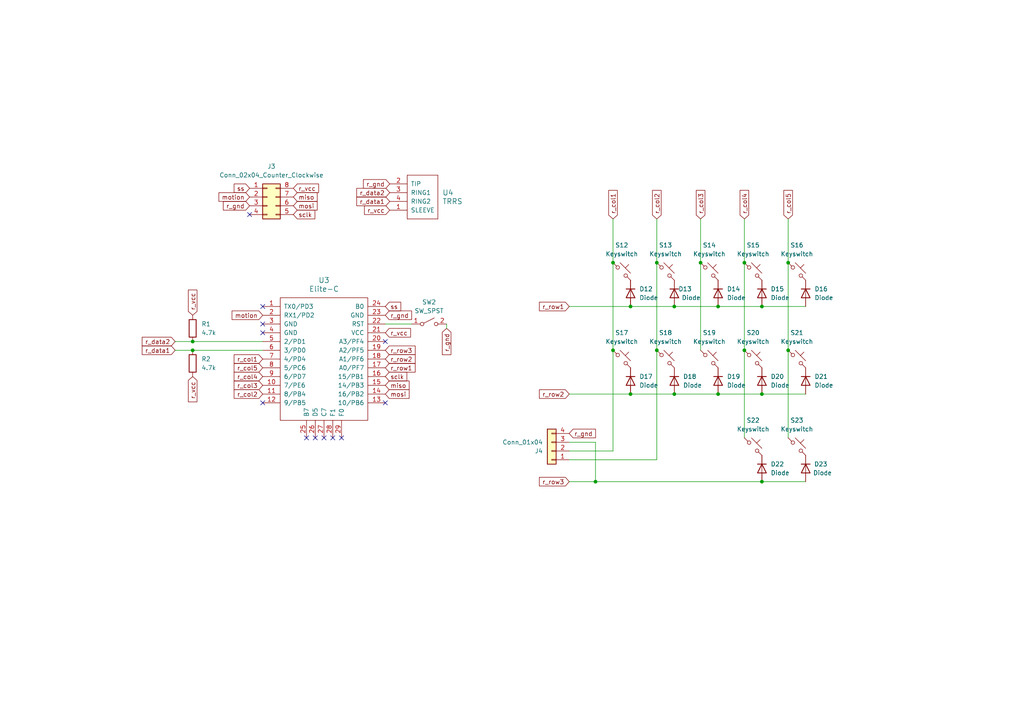
<source format=kicad_sch>
(kicad_sch (version 20230121) (generator eeschema)

  (uuid 2b355377-2254-4de6-878a-d9b9eefa41a9)

  (paper "A4")

  (lib_symbols
    (symbol "Connector_Generic:Conn_01x04" (pin_names (offset 1.016) hide) (in_bom yes) (on_board yes)
      (property "Reference" "J" (at 0 5.08 0)
        (effects (font (size 1.27 1.27)))
      )
      (property "Value" "Conn_01x04" (at 0 -7.62 0)
        (effects (font (size 1.27 1.27)))
      )
      (property "Footprint" "" (at 0 0 0)
        (effects (font (size 1.27 1.27)) hide)
      )
      (property "Datasheet" "~" (at 0 0 0)
        (effects (font (size 1.27 1.27)) hide)
      )
      (property "ki_keywords" "connector" (at 0 0 0)
        (effects (font (size 1.27 1.27)) hide)
      )
      (property "ki_description" "Generic connector, single row, 01x04, script generated (kicad-library-utils/schlib/autogen/connector/)" (at 0 0 0)
        (effects (font (size 1.27 1.27)) hide)
      )
      (property "ki_fp_filters" "Connector*:*_1x??_*" (at 0 0 0)
        (effects (font (size 1.27 1.27)) hide)
      )
      (symbol "Conn_01x04_1_1"
        (rectangle (start -1.27 -4.953) (end 0 -5.207)
          (stroke (width 0.1524) (type default))
          (fill (type none))
        )
        (rectangle (start -1.27 -2.413) (end 0 -2.667)
          (stroke (width 0.1524) (type default))
          (fill (type none))
        )
        (rectangle (start -1.27 0.127) (end 0 -0.127)
          (stroke (width 0.1524) (type default))
          (fill (type none))
        )
        (rectangle (start -1.27 2.667) (end 0 2.413)
          (stroke (width 0.1524) (type default))
          (fill (type none))
        )
        (rectangle (start -1.27 3.81) (end 1.27 -6.35)
          (stroke (width 0.254) (type default))
          (fill (type background))
        )
        (pin passive line (at -5.08 2.54 0) (length 3.81)
          (name "Pin_1" (effects (font (size 1.27 1.27))))
          (number "1" (effects (font (size 1.27 1.27))))
        )
        (pin passive line (at -5.08 0 0) (length 3.81)
          (name "Pin_2" (effects (font (size 1.27 1.27))))
          (number "2" (effects (font (size 1.27 1.27))))
        )
        (pin passive line (at -5.08 -2.54 0) (length 3.81)
          (name "Pin_3" (effects (font (size 1.27 1.27))))
          (number "3" (effects (font (size 1.27 1.27))))
        )
        (pin passive line (at -5.08 -5.08 0) (length 3.81)
          (name "Pin_4" (effects (font (size 1.27 1.27))))
          (number "4" (effects (font (size 1.27 1.27))))
        )
      )
    )
    (symbol "Connector_Generic:Conn_02x04_Counter_Clockwise" (pin_names (offset 1.016) hide) (in_bom yes) (on_board yes)
      (property "Reference" "J" (at 1.27 5.08 0)
        (effects (font (size 1.27 1.27)))
      )
      (property "Value" "Conn_02x04_Counter_Clockwise" (at 1.27 -7.62 0)
        (effects (font (size 1.27 1.27)))
      )
      (property "Footprint" "" (at 0 0 0)
        (effects (font (size 1.27 1.27)) hide)
      )
      (property "Datasheet" "~" (at 0 0 0)
        (effects (font (size 1.27 1.27)) hide)
      )
      (property "ki_keywords" "connector" (at 0 0 0)
        (effects (font (size 1.27 1.27)) hide)
      )
      (property "ki_description" "Generic connector, double row, 02x04, counter clockwise pin numbering scheme (similar to DIP package numbering), script generated (kicad-library-utils/schlib/autogen/connector/)" (at 0 0 0)
        (effects (font (size 1.27 1.27)) hide)
      )
      (property "ki_fp_filters" "Connector*:*_2x??_*" (at 0 0 0)
        (effects (font (size 1.27 1.27)) hide)
      )
      (symbol "Conn_02x04_Counter_Clockwise_1_1"
        (rectangle (start -1.27 -4.953) (end 0 -5.207)
          (stroke (width 0.1524) (type default))
          (fill (type none))
        )
        (rectangle (start -1.27 -2.413) (end 0 -2.667)
          (stroke (width 0.1524) (type default))
          (fill (type none))
        )
        (rectangle (start -1.27 0.127) (end 0 -0.127)
          (stroke (width 0.1524) (type default))
          (fill (type none))
        )
        (rectangle (start -1.27 2.667) (end 0 2.413)
          (stroke (width 0.1524) (type default))
          (fill (type none))
        )
        (rectangle (start -1.27 3.81) (end 3.81 -6.35)
          (stroke (width 0.254) (type default))
          (fill (type background))
        )
        (rectangle (start 3.81 -4.953) (end 2.54 -5.207)
          (stroke (width 0.1524) (type default))
          (fill (type none))
        )
        (rectangle (start 3.81 -2.413) (end 2.54 -2.667)
          (stroke (width 0.1524) (type default))
          (fill (type none))
        )
        (rectangle (start 3.81 0.127) (end 2.54 -0.127)
          (stroke (width 0.1524) (type default))
          (fill (type none))
        )
        (rectangle (start 3.81 2.667) (end 2.54 2.413)
          (stroke (width 0.1524) (type default))
          (fill (type none))
        )
        (pin passive line (at -5.08 2.54 0) (length 3.81)
          (name "Pin_1" (effects (font (size 1.27 1.27))))
          (number "1" (effects (font (size 1.27 1.27))))
        )
        (pin passive line (at -5.08 0 0) (length 3.81)
          (name "Pin_2" (effects (font (size 1.27 1.27))))
          (number "2" (effects (font (size 1.27 1.27))))
        )
        (pin passive line (at -5.08 -2.54 0) (length 3.81)
          (name "Pin_3" (effects (font (size 1.27 1.27))))
          (number "3" (effects (font (size 1.27 1.27))))
        )
        (pin passive line (at -5.08 -5.08 0) (length 3.81)
          (name "Pin_4" (effects (font (size 1.27 1.27))))
          (number "4" (effects (font (size 1.27 1.27))))
        )
        (pin passive line (at 7.62 -5.08 180) (length 3.81)
          (name "Pin_5" (effects (font (size 1.27 1.27))))
          (number "5" (effects (font (size 1.27 1.27))))
        )
        (pin passive line (at 7.62 -2.54 180) (length 3.81)
          (name "Pin_6" (effects (font (size 1.27 1.27))))
          (number "6" (effects (font (size 1.27 1.27))))
        )
        (pin passive line (at 7.62 0 180) (length 3.81)
          (name "Pin_7" (effects (font (size 1.27 1.27))))
          (number "7" (effects (font (size 1.27 1.27))))
        )
        (pin passive line (at 7.62 2.54 180) (length 3.81)
          (name "Pin_8" (effects (font (size 1.27 1.27))))
          (number "8" (effects (font (size 1.27 1.27))))
        )
      )
    )
    (symbol "ScottoKeebs:Placeholder_Diode" (pin_numbers hide) (pin_names hide) (in_bom yes) (on_board yes)
      (property "Reference" "D" (at 0 2.54 0)
        (effects (font (size 1.27 1.27)))
      )
      (property "Value" "Diode" (at 0 -2.54 0)
        (effects (font (size 1.27 1.27)))
      )
      (property "Footprint" "" (at 0 0 0)
        (effects (font (size 1.27 1.27)) hide)
      )
      (property "Datasheet" "" (at 0 0 0)
        (effects (font (size 1.27 1.27)) hide)
      )
      (property "Sim.Device" "D" (at 0 0 0)
        (effects (font (size 1.27 1.27)) hide)
      )
      (property "Sim.Pins" "1=K 2=A" (at 0 0 0)
        (effects (font (size 1.27 1.27)) hide)
      )
      (property "ki_keywords" "diode" (at 0 0 0)
        (effects (font (size 1.27 1.27)) hide)
      )
      (property "ki_description" "1N4148 (DO-35) or 1N4148W (SOD-123)" (at 0 0 0)
        (effects (font (size 1.27 1.27)) hide)
      )
      (property "ki_fp_filters" "D*DO?35*" (at 0 0 0)
        (effects (font (size 1.27 1.27)) hide)
      )
      (symbol "Placeholder_Diode_0_1"
        (polyline
          (pts
            (xy -1.27 1.27)
            (xy -1.27 -1.27)
          )
          (stroke (width 0.254) (type default))
          (fill (type none))
        )
        (polyline
          (pts
            (xy 1.27 0)
            (xy -1.27 0)
          )
          (stroke (width 0) (type default))
          (fill (type none))
        )
        (polyline
          (pts
            (xy 1.27 1.27)
            (xy 1.27 -1.27)
            (xy -1.27 0)
            (xy 1.27 1.27)
          )
          (stroke (width 0.254) (type default))
          (fill (type none))
        )
      )
      (symbol "Placeholder_Diode_1_1"
        (pin passive line (at -3.81 0 0) (length 2.54)
          (name "K" (effects (font (size 1.27 1.27))))
          (number "1" (effects (font (size 1.27 1.27))))
        )
        (pin passive line (at 3.81 0 180) (length 2.54)
          (name "A" (effects (font (size 1.27 1.27))))
          (number "2" (effects (font (size 1.27 1.27))))
        )
      )
    )
    (symbol "ScottoKeebs:Placeholder_Keyswitch" (pin_numbers hide) (pin_names (offset 1.016) hide) (in_bom yes) (on_board yes)
      (property "Reference" "S" (at 3.048 1.016 0)
        (effects (font (size 1.27 1.27)) (justify left))
      )
      (property "Value" "Keyswitch" (at 0 -3.81 0)
        (effects (font (size 1.27 1.27)))
      )
      (property "Footprint" "" (at 0 0 0)
        (effects (font (size 1.27 1.27)) hide)
      )
      (property "Datasheet" "~" (at 0 0 0)
        (effects (font (size 1.27 1.27)) hide)
      )
      (property "ki_keywords" "switch normally-open pushbutton push-button" (at 0 0 0)
        (effects (font (size 1.27 1.27)) hide)
      )
      (property "ki_description" "Push button switch, normally open, two pins, 45° tilted" (at 0 0 0)
        (effects (font (size 1.27 1.27)) hide)
      )
      (symbol "Placeholder_Keyswitch_0_1"
        (circle (center -1.1684 1.1684) (radius 0.508)
          (stroke (width 0) (type default))
          (fill (type none))
        )
        (polyline
          (pts
            (xy -0.508 2.54)
            (xy 2.54 -0.508)
          )
          (stroke (width 0) (type default))
          (fill (type none))
        )
        (polyline
          (pts
            (xy 1.016 1.016)
            (xy 2.032 2.032)
          )
          (stroke (width 0) (type default))
          (fill (type none))
        )
        (polyline
          (pts
            (xy -2.54 2.54)
            (xy -1.524 1.524)
            (xy -1.524 1.524)
          )
          (stroke (width 0) (type default))
          (fill (type none))
        )
        (polyline
          (pts
            (xy 1.524 -1.524)
            (xy 2.54 -2.54)
            (xy 2.54 -2.54)
            (xy 2.54 -2.54)
          )
          (stroke (width 0) (type default))
          (fill (type none))
        )
        (circle (center 1.143 -1.1938) (radius 0.508)
          (stroke (width 0) (type default))
          (fill (type none))
        )
        (pin passive line (at -2.54 2.54 0) (length 0)
          (name "1" (effects (font (size 1.27 1.27))))
          (number "1" (effects (font (size 1.27 1.27))))
        )
        (pin passive line (at 2.54 -2.54 180) (length 0)
          (name "2" (effects (font (size 1.27 1.27))))
          (number "2" (effects (font (size 1.27 1.27))))
        )
      )
    )
    (symbol "ScottoKeebs:Placeholder_Resistor" (pin_numbers hide) (pin_names (offset 0)) (in_bom yes) (on_board yes)
      (property "Reference" "R" (at 0 2.032 0)
        (effects (font (size 1.27 1.27)))
      )
      (property "Value" "Resistor" (at 0 -2.54 0)
        (effects (font (size 1.27 1.27)))
      )
      (property "Footprint" "" (at 0 -1.778 0)
        (effects (font (size 1.27 1.27)) hide)
      )
      (property "Datasheet" "~" (at 0 0 90)
        (effects (font (size 1.27 1.27)) hide)
      )
      (property "ki_keywords" "R res resistor" (at 0 0 0)
        (effects (font (size 1.27 1.27)) hide)
      )
      (property "ki_description" "Resistor" (at 0 0 0)
        (effects (font (size 1.27 1.27)) hide)
      )
      (property "ki_fp_filters" "R_*" (at 0 0 0)
        (effects (font (size 1.27 1.27)) hide)
      )
      (symbol "Placeholder_Resistor_0_1"
        (rectangle (start 2.54 -1.016) (end -2.54 1.016)
          (stroke (width 0.254) (type default))
          (fill (type none))
        )
      )
      (symbol "Placeholder_Resistor_1_1"
        (pin passive line (at -3.81 0 0) (length 1.27)
          (name "~" (effects (font (size 1.27 1.27))))
          (number "1" (effects (font (size 1.27 1.27))))
        )
        (pin passive line (at 3.81 0 180) (length 1.27)
          (name "~" (effects (font (size 1.27 1.27))))
          (number "2" (effects (font (size 1.27 1.27))))
        )
      )
    )
    (symbol "ScottoKeebs:Placeholder_TRRS" (pin_names (offset 1.016)) (in_bom yes) (on_board yes)
      (property "Reference" "U" (at 0 15.24 0)
        (effects (font (size 1.524 1.524)))
      )
      (property "Value" "TRRS" (at 0 -2.54 0)
        (effects (font (size 1.524 1.524)))
      )
      (property "Footprint" "ScottoKeebs_Components:TRRS_PJ-320A" (at 3.81 0 0)
        (effects (font (size 1.524 1.524)) hide)
      )
      (property "Datasheet" "" (at 3.81 0 0)
        (effects (font (size 1.524 1.524)) hide)
      )
      (symbol "Placeholder_TRRS_0_1"
        (rectangle (start -3.81 0) (end -3.81 12.7)
          (stroke (width 0) (type solid))
          (fill (type none))
        )
        (rectangle (start -3.81 0) (end 5.08 0)
          (stroke (width 0) (type solid))
          (fill (type none))
        )
        (rectangle (start -3.81 12.7) (end 5.08 12.7)
          (stroke (width 0) (type solid))
          (fill (type none))
        )
        (rectangle (start 5.08 12.7) (end 5.08 0)
          (stroke (width 0) (type solid))
          (fill (type none))
        )
      )
      (symbol "Placeholder_TRRS_1_1"
        (pin input line (at -8.89 2.54 0) (length 5.08)
          (name "SLEEVE" (effects (font (size 1.27 1.27))))
          (number "1" (effects (font (size 1.27 1.27))))
        )
        (pin input line (at -8.89 10.16 0) (length 5.08)
          (name "TIP" (effects (font (size 1.27 1.27))))
          (number "2" (effects (font (size 1.27 1.27))))
        )
        (pin input line (at -8.89 7.62 0) (length 5.08)
          (name "RING1" (effects (font (size 1.27 1.27))))
          (number "3" (effects (font (size 1.27 1.27))))
        )
        (pin input line (at -8.89 5.08 0) (length 5.08)
          (name "RING2" (effects (font (size 1.27 1.27))))
          (number "4" (effects (font (size 1.27 1.27))))
        )
      )
    )
    (symbol "Switch:SW_SPST" (pin_names (offset 0) hide) (in_bom yes) (on_board yes)
      (property "Reference" "SW" (at 0 3.175 0)
        (effects (font (size 1.27 1.27)))
      )
      (property "Value" "SW_SPST" (at 0 -2.54 0)
        (effects (font (size 1.27 1.27)))
      )
      (property "Footprint" "" (at 0 0 0)
        (effects (font (size 1.27 1.27)) hide)
      )
      (property "Datasheet" "~" (at 0 0 0)
        (effects (font (size 1.27 1.27)) hide)
      )
      (property "ki_keywords" "switch lever" (at 0 0 0)
        (effects (font (size 1.27 1.27)) hide)
      )
      (property "ki_description" "Single Pole Single Throw (SPST) switch" (at 0 0 0)
        (effects (font (size 1.27 1.27)) hide)
      )
      (symbol "SW_SPST_0_0"
        (circle (center -2.032 0) (radius 0.508)
          (stroke (width 0) (type default))
          (fill (type none))
        )
        (polyline
          (pts
            (xy -1.524 0.254)
            (xy 1.524 1.778)
          )
          (stroke (width 0) (type default))
          (fill (type none))
        )
        (circle (center 2.032 0) (radius 0.508)
          (stroke (width 0) (type default))
          (fill (type none))
        )
      )
      (symbol "SW_SPST_1_1"
        (pin passive line (at -5.08 0 0) (length 2.54)
          (name "A" (effects (font (size 1.27 1.27))))
          (number "1" (effects (font (size 1.27 1.27))))
        )
        (pin passive line (at 5.08 0 180) (length 2.54)
          (name "B" (effects (font (size 1.27 1.27))))
          (number "2" (effects (font (size 1.27 1.27))))
        )
      )
    )
    (symbol "keebio:Elite-C" (pin_names (offset 1.016)) (in_bom yes) (on_board yes)
      (property "Reference" "U" (at 0 0 0)
        (effects (font (size 1.524 1.524)))
      )
      (property "Value" "Elite-C" (at 0 2.54 0)
        (effects (font (size 1.524 1.524)))
      )
      (property "Footprint" "" (at 26.67 -63.5 90)
        (effects (font (size 1.524 1.524)) hide)
      )
      (property "Datasheet" "" (at 26.67 -63.5 90)
        (effects (font (size 1.524 1.524)) hide)
      )
      (symbol "Elite-C_0_1"
        (rectangle (start 12.7 -19.05) (end -12.7 16.51)
          (stroke (width 0) (type solid))
          (fill (type none))
        )
      )
      (symbol "Elite-C_1_1"
        (pin input line (at -17.78 13.97 0) (length 5.08)
          (name "TX0/PD3" (effects (font (size 1.27 1.27))))
          (number "1" (effects (font (size 1.27 1.27))))
        )
        (pin input line (at -17.78 -8.89 0) (length 5.08)
          (name "7/PE6" (effects (font (size 1.27 1.27))))
          (number "10" (effects (font (size 1.27 1.27))))
        )
        (pin input line (at -17.78 -11.43 0) (length 5.08)
          (name "8/PB4" (effects (font (size 1.27 1.27))))
          (number "11" (effects (font (size 1.27 1.27))))
        )
        (pin input line (at -17.78 -13.97 0) (length 5.08)
          (name "9/PB5" (effects (font (size 1.27 1.27))))
          (number "12" (effects (font (size 1.27 1.27))))
        )
        (pin input line (at 17.78 -13.97 180) (length 5.08)
          (name "10/PB6" (effects (font (size 1.27 1.27))))
          (number "13" (effects (font (size 1.27 1.27))))
        )
        (pin input line (at 17.78 -11.43 180) (length 5.08)
          (name "16/PB2" (effects (font (size 1.27 1.27))))
          (number "14" (effects (font (size 1.27 1.27))))
        )
        (pin input line (at 17.78 -8.89 180) (length 5.08)
          (name "14/PB3" (effects (font (size 1.27 1.27))))
          (number "15" (effects (font (size 1.27 1.27))))
        )
        (pin input line (at 17.78 -6.35 180) (length 5.08)
          (name "15/PB1" (effects (font (size 1.27 1.27))))
          (number "16" (effects (font (size 1.27 1.27))))
        )
        (pin input line (at 17.78 -3.81 180) (length 5.08)
          (name "A0/PF7" (effects (font (size 1.27 1.27))))
          (number "17" (effects (font (size 1.27 1.27))))
        )
        (pin input line (at 17.78 -1.27 180) (length 5.08)
          (name "A1/PF6" (effects (font (size 1.27 1.27))))
          (number "18" (effects (font (size 1.27 1.27))))
        )
        (pin input line (at 17.78 1.27 180) (length 5.08)
          (name "A2/PF5" (effects (font (size 1.27 1.27))))
          (number "19" (effects (font (size 1.27 1.27))))
        )
        (pin input line (at -17.78 11.43 0) (length 5.08)
          (name "RX1/PD2" (effects (font (size 1.27 1.27))))
          (number "2" (effects (font (size 1.27 1.27))))
        )
        (pin input line (at 17.78 3.81 180) (length 5.08)
          (name "A3/PF4" (effects (font (size 1.27 1.27))))
          (number "20" (effects (font (size 1.27 1.27))))
        )
        (pin input line (at 17.78 6.35 180) (length 5.08)
          (name "VCC" (effects (font (size 1.27 1.27))))
          (number "21" (effects (font (size 1.27 1.27))))
        )
        (pin input line (at 17.78 8.89 180) (length 5.08)
          (name "RST" (effects (font (size 1.27 1.27))))
          (number "22" (effects (font (size 1.27 1.27))))
        )
        (pin input line (at 17.78 11.43 180) (length 5.08)
          (name "GND" (effects (font (size 1.27 1.27))))
          (number "23" (effects (font (size 1.27 1.27))))
        )
        (pin input line (at 17.78 13.97 180) (length 5.08)
          (name "B0" (effects (font (size 1.27 1.27))))
          (number "24" (effects (font (size 1.27 1.27))))
        )
        (pin input line (at -5.08 -24.13 90) (length 5.08)
          (name "B7" (effects (font (size 1.27 1.27))))
          (number "25" (effects (font (size 1.27 1.27))))
        )
        (pin input line (at -2.54 -24.13 90) (length 5.08)
          (name "D5" (effects (font (size 1.27 1.27))))
          (number "26" (effects (font (size 1.27 1.27))))
        )
        (pin input line (at 0 -24.13 90) (length 5.08)
          (name "C7" (effects (font (size 1.27 1.27))))
          (number "27" (effects (font (size 1.27 1.27))))
        )
        (pin input line (at 2.54 -24.13 90) (length 5.08)
          (name "F1" (effects (font (size 1.27 1.27))))
          (number "28" (effects (font (size 1.27 1.27))))
        )
        (pin input line (at 5.08 -24.13 90) (length 5.08)
          (name "F0" (effects (font (size 1.27 1.27))))
          (number "29" (effects (font (size 1.27 1.27))))
        )
        (pin input line (at -17.78 8.89 0) (length 5.08)
          (name "GND" (effects (font (size 1.27 1.27))))
          (number "3" (effects (font (size 1.27 1.27))))
        )
        (pin input line (at -17.78 6.35 0) (length 5.08)
          (name "GND" (effects (font (size 1.27 1.27))))
          (number "4" (effects (font (size 1.27 1.27))))
        )
        (pin input line (at -17.78 3.81 0) (length 5.08)
          (name "2/PD1" (effects (font (size 1.27 1.27))))
          (number "5" (effects (font (size 1.27 1.27))))
        )
        (pin input line (at -17.78 1.27 0) (length 5.08)
          (name "3/PD0" (effects (font (size 1.27 1.27))))
          (number "6" (effects (font (size 1.27 1.27))))
        )
        (pin input line (at -17.78 -1.27 0) (length 5.08)
          (name "4/PD4" (effects (font (size 1.27 1.27))))
          (number "7" (effects (font (size 1.27 1.27))))
        )
        (pin input line (at -17.78 -3.81 0) (length 5.08)
          (name "5/PC6" (effects (font (size 1.27 1.27))))
          (number "8" (effects (font (size 1.27 1.27))))
        )
        (pin input line (at -17.78 -6.35 0) (length 5.08)
          (name "6/PD7" (effects (font (size 1.27 1.27))))
          (number "9" (effects (font (size 1.27 1.27))))
        )
      )
    )
  )

  (junction (at 220.98 139.7) (diameter 0) (color 0 0 0 0)
    (uuid 0edade44-5e09-46d2-9767-3c04aeb9d61b)
  )
  (junction (at 182.88 114.3) (diameter 0) (color 0 0 0 0)
    (uuid 3540f3aa-9052-4a3b-bcd5-22cf72246287)
  )
  (junction (at 172.72 139.7) (diameter 0) (color 0 0 0 0)
    (uuid 37fa8dad-dfc8-4457-8035-bb46093cd51e)
  )
  (junction (at 195.58 114.3) (diameter 0) (color 0 0 0 0)
    (uuid 3f0f4366-6d43-46a3-96a7-66f1aaf578a1)
  )
  (junction (at 177.8 76.2) (diameter 0) (color 0 0 0 0)
    (uuid 43b8959d-a1c3-4294-b40f-d4f8a8c49dea)
  )
  (junction (at 208.28 88.9) (diameter 0) (color 0 0 0 0)
    (uuid 479aeccd-2e2c-4bca-bbb7-a595363bedb7)
  )
  (junction (at 220.98 114.3) (diameter 0) (color 0 0 0 0)
    (uuid 5367a264-5b5a-4d89-ad90-505605355592)
  )
  (junction (at 215.9 76.2) (diameter 0) (color 0 0 0 0)
    (uuid 5598f787-0c76-42dd-ad70-105dadbf7436)
  )
  (junction (at 182.88 88.9) (diameter 0) (color 0 0 0 0)
    (uuid 6cbea863-7c92-4d77-9b73-9b5cb4b4e955)
  )
  (junction (at 215.9 101.6) (diameter 0) (color 0 0 0 0)
    (uuid 778e80e0-46ac-40cb-bc70-7ac325ff459c)
  )
  (junction (at 55.88 101.6) (diameter 0) (color 0 0 0 0)
    (uuid 8dbf5849-b173-4982-b569-b6af453b6284)
  )
  (junction (at 55.88 99.06) (diameter 0) (color 0 0 0 0)
    (uuid b0adda34-2988-4607-b14e-7b06f4a1cadb)
  )
  (junction (at 190.5 76.2) (diameter 0) (color 0 0 0 0)
    (uuid b8f69113-cec6-46f4-be5d-07ac878113cc)
  )
  (junction (at 195.58 88.9) (diameter 0) (color 0 0 0 0)
    (uuid c2c124ce-ac5c-484e-b041-0b57033539ed)
  )
  (junction (at 228.6 76.2) (diameter 0) (color 0 0 0 0)
    (uuid c461214a-7c6f-4fdd-9ee8-6b5d54b27745)
  )
  (junction (at 203.2 76.2) (diameter 0) (color 0 0 0 0)
    (uuid ced28e38-5d1d-48ad-a3d7-c1dd200f771a)
  )
  (junction (at 190.5 101.6) (diameter 0) (color 0 0 0 0)
    (uuid cfa7bf13-dec4-4f88-a0d3-c4fd8facfb00)
  )
  (junction (at 177.8 101.6) (diameter 0) (color 0 0 0 0)
    (uuid d42f9bd5-fd8e-43d6-8e78-a023d6992610)
  )
  (junction (at 228.6 101.6) (diameter 0) (color 0 0 0 0)
    (uuid d5a59ed4-dc14-4757-90eb-edbcf6689124)
  )
  (junction (at 220.98 88.9) (diameter 0) (color 0 0 0 0)
    (uuid e57f8e43-2773-4ae9-8ba3-44435ee49afd)
  )
  (junction (at 208.28 114.3) (diameter 0) (color 0 0 0 0)
    (uuid fda9b79f-c5b3-430f-b65d-a4ccd8b9cc8e)
  )

  (no_connect (at 111.76 116.84) (uuid 2a14dcc1-cdd7-41e3-9fa7-8c6828ed8835))
  (no_connect (at 72.39 62.23) (uuid 3e39c5a3-6e1b-412d-8743-c5aeb06c9362))
  (no_connect (at 91.44 127) (uuid 55a2bad6-5d2c-4291-96dd-f5a13559e4f8))
  (no_connect (at 76.2 96.52) (uuid 5d075e3b-a8f1-4788-bf3f-d82917d3cc25))
  (no_connect (at 76.2 93.98) (uuid 66fa5dad-eacc-4dc4-afd6-46e9ba089b73))
  (no_connect (at 76.2 88.9) (uuid 6db034c0-4d83-45aa-a8ad-94e88a7c5d4f))
  (no_connect (at 99.06 127) (uuid 8372255b-9a7c-4c2d-82bf-2b8dbe7e5753))
  (no_connect (at 76.2 116.84) (uuid b0038f85-1201-45a3-a3be-d9f0c1af770a))
  (no_connect (at 111.76 99.06) (uuid b3537916-bbfa-4d83-8383-038d2c080140))
  (no_connect (at 93.98 127) (uuid b9500b1a-7250-426d-a896-78e9d09388d7))
  (no_connect (at 88.9 127) (uuid ba884fc6-c743-44fd-b8d5-742c7bde854e))
  (no_connect (at 96.52 127) (uuid bcec98a1-b420-45fa-a2ea-f635b513d080))

  (wire (pts (xy 177.8 76.2) (xy 177.8 101.6))
    (stroke (width 0) (type default))
    (uuid 00658a4e-9d89-4b97-aef9-d86a787b1756)
  )
  (wire (pts (xy 165.1 133.35) (xy 190.5 133.35))
    (stroke (width 0) (type default))
    (uuid 00d10507-6207-4ba6-b872-6adf8b45f7b6)
  )
  (wire (pts (xy 177.8 101.6) (xy 177.8 130.81))
    (stroke (width 0) (type default))
    (uuid 087b91de-e19e-4d0c-9289-8af763accea3)
  )
  (wire (pts (xy 228.6 101.6) (xy 228.6 127))
    (stroke (width 0) (type default))
    (uuid 14c5057c-f461-47be-9158-18c16bc5b23c)
  )
  (wire (pts (xy 182.88 88.9) (xy 195.58 88.9))
    (stroke (width 0) (type default))
    (uuid 15d66a0c-12ba-4c5b-b0be-6e47a4f4ccc8)
  )
  (wire (pts (xy 129.54 95.25) (xy 129.54 93.98))
    (stroke (width 0) (type default))
    (uuid 23145153-c62e-4dd9-9f7b-768942c68640)
  )
  (wire (pts (xy 220.98 114.3) (xy 233.68 114.3))
    (stroke (width 0) (type default))
    (uuid 2370003b-c6d3-4230-9bb3-e2a3d39e47e1)
  )
  (wire (pts (xy 208.28 114.3) (xy 220.98 114.3))
    (stroke (width 0) (type default))
    (uuid 3f451118-434c-41b4-b6a0-75dcd6db4df2)
  )
  (wire (pts (xy 190.5 63.5) (xy 190.5 76.2))
    (stroke (width 0) (type default))
    (uuid 469d79c8-cccb-47ee-ab8c-8a2063acd71a)
  )
  (wire (pts (xy 182.88 114.3) (xy 195.58 114.3))
    (stroke (width 0) (type default))
    (uuid 4a9fd966-7c2f-472d-ada4-0872d8891521)
  )
  (wire (pts (xy 215.9 63.5) (xy 215.9 76.2))
    (stroke (width 0) (type default))
    (uuid 51c36257-4afd-4414-a034-66f6ba6e0fb0)
  )
  (wire (pts (xy 215.9 101.6) (xy 215.9 127))
    (stroke (width 0) (type default))
    (uuid 55e289bf-b705-4d62-a37c-96cd9acfe823)
  )
  (wire (pts (xy 177.8 63.5) (xy 177.8 76.2))
    (stroke (width 0) (type default))
    (uuid 5734ff22-dc29-42c0-8b5e-7cc82eb4b815)
  )
  (wire (pts (xy 165.1 88.9) (xy 182.88 88.9))
    (stroke (width 0) (type default))
    (uuid 57a0c0bb-df94-4710-b614-10c1e93f9c23)
  )
  (wire (pts (xy 190.5 133.35) (xy 190.5 101.6))
    (stroke (width 0) (type default))
    (uuid 57a46dc5-a178-47b0-9886-6f7790defdba)
  )
  (wire (pts (xy 228.6 63.5) (xy 228.6 76.2))
    (stroke (width 0) (type default))
    (uuid 5bb453d9-fe01-47da-8254-6ac8dd533939)
  )
  (wire (pts (xy 195.58 88.9) (xy 208.28 88.9))
    (stroke (width 0) (type default))
    (uuid 6055a623-624b-4227-8a50-4267df2aaf2a)
  )
  (wire (pts (xy 195.58 114.3) (xy 208.28 114.3))
    (stroke (width 0) (type default))
    (uuid 625299c4-813c-4820-9ce7-082e72e5b773)
  )
  (wire (pts (xy 203.2 63.5) (xy 203.2 76.2))
    (stroke (width 0) (type default))
    (uuid 6672f379-a346-420b-afa4-1f738856ce98)
  )
  (wire (pts (xy 190.5 76.2) (xy 190.5 101.6))
    (stroke (width 0) (type default))
    (uuid 6ee5991b-ffce-4c22-b44b-5aae501f6f33)
  )
  (wire (pts (xy 177.8 130.81) (xy 165.1 130.81))
    (stroke (width 0) (type default))
    (uuid 850a3b09-e01f-4677-a03b-0722ef27e7a5)
  )
  (wire (pts (xy 208.28 88.9) (xy 220.98 88.9))
    (stroke (width 0) (type default))
    (uuid 86d8d082-d594-4539-a4ee-106f8e098e51)
  )
  (wire (pts (xy 220.98 139.7) (xy 233.68 139.7))
    (stroke (width 0) (type default))
    (uuid 9985a657-6b5c-48c7-96d9-a7dafb8fcc2e)
  )
  (wire (pts (xy 50.8 99.06) (xy 55.88 99.06))
    (stroke (width 0) (type default))
    (uuid a4fb9edd-e1ba-4346-b041-bbaebd7c24cb)
  )
  (wire (pts (xy 165.1 114.3) (xy 182.88 114.3))
    (stroke (width 0) (type default))
    (uuid b761b103-24e4-4145-80d2-b160af49c0bc)
  )
  (wire (pts (xy 50.8 101.6) (xy 55.88 101.6))
    (stroke (width 0) (type default))
    (uuid c451bc46-7d81-4a03-ac1a-9717d888da4c)
  )
  (wire (pts (xy 55.88 101.6) (xy 76.2 101.6))
    (stroke (width 0) (type default))
    (uuid c6c79783-bfa5-4b3e-a15c-757e57ae480a)
  )
  (wire (pts (xy 220.98 88.9) (xy 233.68 88.9))
    (stroke (width 0) (type default))
    (uuid d0cc9d15-0167-4a0c-9e0e-634c00dd939c)
  )
  (wire (pts (xy 55.88 99.06) (xy 76.2 99.06))
    (stroke (width 0) (type default))
    (uuid d3c30f62-2fa8-4abb-8add-98984a177032)
  )
  (wire (pts (xy 165.1 128.27) (xy 172.72 128.27))
    (stroke (width 0) (type default))
    (uuid d8399493-44c2-4055-b600-09382006324d)
  )
  (wire (pts (xy 215.9 76.2) (xy 215.9 101.6))
    (stroke (width 0) (type default))
    (uuid db0f5756-1299-4086-a29d-9af2de6d194c)
  )
  (wire (pts (xy 203.2 76.2) (xy 203.2 101.6))
    (stroke (width 0) (type default))
    (uuid e5082e98-2c8a-43b1-8f6a-c53bdef4f63b)
  )
  (wire (pts (xy 165.1 139.7) (xy 172.72 139.7))
    (stroke (width 0) (type default))
    (uuid e808a2fb-e406-496e-afc3-a63105414580)
  )
  (wire (pts (xy 172.72 139.7) (xy 220.98 139.7))
    (stroke (width 0) (type default))
    (uuid f1505778-3fcd-4123-be79-f3173f636a82)
  )
  (wire (pts (xy 119.38 93.98) (xy 111.76 93.98))
    (stroke (width 0) (type default))
    (uuid fa2b31cd-5ff0-410a-91f4-203772586fdc)
  )
  (wire (pts (xy 172.72 128.27) (xy 172.72 139.7))
    (stroke (width 0) (type default))
    (uuid fad889c1-9c81-43b4-be94-7839590a6d67)
  )
  (wire (pts (xy 228.6 76.2) (xy 228.6 101.6))
    (stroke (width 0) (type default))
    (uuid fdbf4b10-1ef5-4ea1-9f25-f0f9b4ccf06b)
  )

  (global_label "motion" (shape input) (at 76.2 91.44 180) (fields_autoplaced)
    (effects (font (size 1.27 1.27)) (justify right))
    (uuid 02309a4c-112c-4b52-8621-3af77dc0ea1d)
    (property "Intersheetrefs" "${INTERSHEET_REFS}" (at 66.744 91.44 0)
      (effects (font (size 1.27 1.27)) (justify right) hide)
    )
  )
  (global_label "r_data1" (shape input) (at 113.03 58.42 180) (fields_autoplaced)
    (effects (font (size 1.27 1.27)) (justify right))
    (uuid 0b073871-4415-46cf-a5dd-d66739633944)
    (property "Intersheetrefs" "${INTERSHEET_REFS}" (at 102.9088 58.42 0)
      (effects (font (size 1.27 1.27)) (justify right) hide)
    )
  )
  (global_label "mosi" (shape input) (at 85.09 59.69 0) (fields_autoplaced)
    (effects (font (size 1.27 1.27)) (justify left))
    (uuid 0b5bd54f-8f52-4017-af81-0e3a44080aa7)
    (property "Intersheetrefs" "${INTERSHEET_REFS}" (at 92.5504 59.69 0)
      (effects (font (size 1.27 1.27)) (justify left) hide)
    )
  )
  (global_label "ss" (shape input) (at 111.76 88.9 0) (fields_autoplaced)
    (effects (font (size 1.27 1.27)) (justify left))
    (uuid 0de9dc91-1522-41d0-a06c-74b81babd717)
    (property "Intersheetrefs" "${INTERSHEET_REFS}" (at 116.8014 88.9 0)
      (effects (font (size 1.27 1.27)) (justify left) hide)
    )
  )
  (global_label "r_gnd" (shape input) (at 72.39 59.69 180) (fields_autoplaced)
    (effects (font (size 1.27 1.27)) (justify right))
    (uuid 0f09c8b6-8b8c-4422-9234-b09265fde0d5)
    (property "Intersheetrefs" "${INTERSHEET_REFS}" (at 64.204 59.69 0)
      (effects (font (size 1.27 1.27)) (justify right) hide)
    )
  )
  (global_label "r_gnd" (shape input) (at 113.03 53.34 180) (fields_autoplaced)
    (effects (font (size 1.27 1.27)) (justify right))
    (uuid 1a62328c-0566-49bc-862c-b200a8648641)
    (property "Intersheetrefs" "${INTERSHEET_REFS}" (at 104.844 53.34 0)
      (effects (font (size 1.27 1.27)) (justify right) hide)
    )
  )
  (global_label "r_vcc" (shape input) (at 55.88 109.22 270) (fields_autoplaced)
    (effects (font (size 1.27 1.27)) (justify right))
    (uuid 2127fe4c-7efe-4284-aed9-ce9eb6df238c)
    (property "Intersheetrefs" "${INTERSHEET_REFS}" (at 55.88 117.1038 90)
      (effects (font (size 1.27 1.27)) (justify right) hide)
    )
  )
  (global_label "miso" (shape input) (at 85.09 57.15 0) (fields_autoplaced)
    (effects (font (size 1.27 1.27)) (justify left))
    (uuid 23c447d0-33e0-4076-be92-a1c1afc26981)
    (property "Intersheetrefs" "${INTERSHEET_REFS}" (at 92.5504 57.15 0)
      (effects (font (size 1.27 1.27)) (justify left) hide)
    )
  )
  (global_label "r_row1" (shape input) (at 111.76 106.68 0) (fields_autoplaced)
    (effects (font (size 1.27 1.27)) (justify left))
    (uuid 2826c9e5-da12-45ac-b724-fe3decbc8c2e)
    (property "Intersheetrefs" "${INTERSHEET_REFS}" (at 120.9742 106.68 0)
      (effects (font (size 1.27 1.27)) (justify left) hide)
    )
  )
  (global_label "r_data1" (shape input) (at 50.8 101.6 180) (fields_autoplaced)
    (effects (font (size 1.27 1.27)) (justify right))
    (uuid 2a96d472-43ed-4272-bcb8-34045f49b874)
    (property "Intersheetrefs" "${INTERSHEET_REFS}" (at 40.6788 101.6 0)
      (effects (font (size 1.27 1.27)) (justify right) hide)
    )
  )
  (global_label "r_vcc" (shape input) (at 85.09 54.61 0) (fields_autoplaced)
    (effects (font (size 1.27 1.27)) (justify left))
    (uuid 2de91a14-cf5a-422a-9fd6-acb28d73da8a)
    (property "Intersheetrefs" "${INTERSHEET_REFS}" (at 92.9738 54.61 0)
      (effects (font (size 1.27 1.27)) (justify left) hide)
    )
  )
  (global_label "r_row2" (shape input) (at 111.76 104.14 0) (fields_autoplaced)
    (effects (font (size 1.27 1.27)) (justify left))
    (uuid 3931edfc-76cd-4818-9df8-ec5aa9787cc3)
    (property "Intersheetrefs" "${INTERSHEET_REFS}" (at 120.9742 104.14 0)
      (effects (font (size 1.27 1.27)) (justify left) hide)
    )
  )
  (global_label "r_vcc" (shape input) (at 111.76 96.52 0) (fields_autoplaced)
    (effects (font (size 1.27 1.27)) (justify left))
    (uuid 3c34a341-00e5-468b-8c8e-b357972e732b)
    (property "Intersheetrefs" "${INTERSHEET_REFS}" (at 119.6438 96.52 0)
      (effects (font (size 1.27 1.27)) (justify left) hide)
    )
  )
  (global_label "r_data2" (shape input) (at 50.8 99.06 180) (fields_autoplaced)
    (effects (font (size 1.27 1.27)) (justify right))
    (uuid 41230d69-514e-4628-acb0-25feeb4ee963)
    (property "Intersheetrefs" "${INTERSHEET_REFS}" (at 40.6788 99.06 0)
      (effects (font (size 1.27 1.27)) (justify right) hide)
    )
  )
  (global_label "sclk" (shape input) (at 111.76 109.22 0) (fields_autoplaced)
    (effects (font (size 1.27 1.27)) (justify left))
    (uuid 4252f23f-0e9b-4a05-9852-58298b69fbc8)
    (property "Intersheetrefs" "${INTERSHEET_REFS}" (at 118.5552 109.22 0)
      (effects (font (size 1.27 1.27)) (justify left) hide)
    )
  )
  (global_label "r_col2" (shape input) (at 76.2 114.3 180) (fields_autoplaced)
    (effects (font (size 1.27 1.27)) (justify right))
    (uuid 465f00fa-fc60-47c2-b003-ad12182165bc)
    (property "Intersheetrefs" "${INTERSHEET_REFS}" (at 67.3487 114.3 0)
      (effects (font (size 1.27 1.27)) (justify right) hide)
    )
  )
  (global_label "r_gnd" (shape input) (at 129.54 95.25 270) (fields_autoplaced)
    (effects (font (size 1.27 1.27)) (justify right))
    (uuid 4fa5d36b-e278-4462-a887-51ae9d3bc07e)
    (property "Intersheetrefs" "${INTERSHEET_REFS}" (at 129.54 103.436 90)
      (effects (font (size 1.27 1.27)) (justify right) hide)
    )
  )
  (global_label "r_col3" (shape input) (at 76.2 111.76 180) (fields_autoplaced)
    (effects (font (size 1.27 1.27)) (justify right))
    (uuid 5765d90b-857b-4a56-ae8a-ea62057a4dbb)
    (property "Intersheetrefs" "${INTERSHEET_REFS}" (at 67.3487 111.76 0)
      (effects (font (size 1.27 1.27)) (justify right) hide)
    )
  )
  (global_label "r_row3" (shape input) (at 165.1 139.7 180) (fields_autoplaced)
    (effects (font (size 1.27 1.27)) (justify right))
    (uuid 6a652669-db40-4e95-90de-21b7b7cd6022)
    (property "Intersheetrefs" "${INTERSHEET_REFS}" (at 155.8858 139.7 0)
      (effects (font (size 1.27 1.27)) (justify right) hide)
    )
  )
  (global_label "r_gnd" (shape input) (at 111.76 91.44 0) (fields_autoplaced)
    (effects (font (size 1.27 1.27)) (justify left))
    (uuid 7076e01f-db2e-4544-95d4-e882f82c9abc)
    (property "Intersheetrefs" "${INTERSHEET_REFS}" (at 119.946 91.44 0)
      (effects (font (size 1.27 1.27)) (justify left) hide)
    )
  )
  (global_label "r_row2" (shape input) (at 165.1 114.3 180) (fields_autoplaced)
    (effects (font (size 1.27 1.27)) (justify right))
    (uuid 75f0be98-b4a9-4ae0-bd4c-46f58485f583)
    (property "Intersheetrefs" "${INTERSHEET_REFS}" (at 155.8858 114.3 0)
      (effects (font (size 1.27 1.27)) (justify right) hide)
    )
  )
  (global_label "r_col5" (shape input) (at 228.6 63.5 90) (fields_autoplaced)
    (effects (font (size 1.27 1.27)) (justify left))
    (uuid 79a44d1c-0acc-4a00-b4db-ec9752ffc45d)
    (property "Intersheetrefs" "${INTERSHEET_REFS}" (at 228.6 54.6487 90)
      (effects (font (size 1.27 1.27)) (justify left) hide)
    )
  )
  (global_label "r_gnd" (shape input) (at 165.1 125.73 0) (fields_autoplaced)
    (effects (font (size 1.27 1.27)) (justify left))
    (uuid 87f7b2eb-6d97-4de6-9fdd-04fbb0edbda0)
    (property "Intersheetrefs" "${INTERSHEET_REFS}" (at 173.286 125.73 0)
      (effects (font (size 1.27 1.27)) (justify left) hide)
    )
  )
  (global_label "r_vcc" (shape input) (at 55.88 91.44 90) (fields_autoplaced)
    (effects (font (size 1.27 1.27)) (justify left))
    (uuid 95de1db6-28f1-4218-9ba5-d024b066353e)
    (property "Intersheetrefs" "${INTERSHEET_REFS}" (at 55.88 83.5562 90)
      (effects (font (size 1.27 1.27)) (justify left) hide)
    )
  )
  (global_label "r_data2" (shape input) (at 113.03 55.88 180) (fields_autoplaced)
    (effects (font (size 1.27 1.27)) (justify right))
    (uuid 96a8d0f5-4f0b-400c-9245-5c6622a46921)
    (property "Intersheetrefs" "${INTERSHEET_REFS}" (at 102.9088 55.88 0)
      (effects (font (size 1.27 1.27)) (justify right) hide)
    )
  )
  (global_label "mosi" (shape input) (at 111.76 114.3 0) (fields_autoplaced)
    (effects (font (size 1.27 1.27)) (justify left))
    (uuid 9d50c830-9a3c-4cc7-846f-a7683c9afa25)
    (property "Intersheetrefs" "${INTERSHEET_REFS}" (at 119.2204 114.3 0)
      (effects (font (size 1.27 1.27)) (justify left) hide)
    )
  )
  (global_label "r_col4" (shape input) (at 76.2 109.22 180) (fields_autoplaced)
    (effects (font (size 1.27 1.27)) (justify right))
    (uuid ab969ab6-85cd-436e-8050-ed6b243a24cf)
    (property "Intersheetrefs" "${INTERSHEET_REFS}" (at 67.3487 109.22 0)
      (effects (font (size 1.27 1.27)) (justify right) hide)
    )
  )
  (global_label "r_vcc" (shape input) (at 113.03 60.96 180) (fields_autoplaced)
    (effects (font (size 1.27 1.27)) (justify right))
    (uuid b7e7a497-0eb1-40ed-b9ae-2b9b214ca40f)
    (property "Intersheetrefs" "${INTERSHEET_REFS}" (at 105.1462 60.96 0)
      (effects (font (size 1.27 1.27)) (justify right) hide)
    )
  )
  (global_label "motion" (shape input) (at 72.39 57.15 180) (fields_autoplaced)
    (effects (font (size 1.27 1.27)) (justify right))
    (uuid bbb6fe64-3043-4aa4-ada6-5ac8c4ced117)
    (property "Intersheetrefs" "${INTERSHEET_REFS}" (at 62.934 57.15 0)
      (effects (font (size 1.27 1.27)) (justify right) hide)
    )
  )
  (global_label "r_col5" (shape input) (at 76.2 106.68 180) (fields_autoplaced)
    (effects (font (size 1.27 1.27)) (justify right))
    (uuid be0416dc-f161-49e4-b79b-2c4158522505)
    (property "Intersheetrefs" "${INTERSHEET_REFS}" (at 67.3487 106.68 0)
      (effects (font (size 1.27 1.27)) (justify right) hide)
    )
  )
  (global_label "r_col1" (shape input) (at 76.2 104.14 180) (fields_autoplaced)
    (effects (font (size 1.27 1.27)) (justify right))
    (uuid c740afee-d2ab-4a9e-b6ea-318eb2cca893)
    (property "Intersheetrefs" "${INTERSHEET_REFS}" (at 67.3487 104.14 0)
      (effects (font (size 1.27 1.27)) (justify right) hide)
    )
  )
  (global_label "sclk" (shape input) (at 85.09 62.23 0) (fields_autoplaced)
    (effects (font (size 1.27 1.27)) (justify left))
    (uuid c9041cc6-ba79-43b1-bec9-eaad35fe5487)
    (property "Intersheetrefs" "${INTERSHEET_REFS}" (at 91.8852 62.23 0)
      (effects (font (size 1.27 1.27)) (justify left) hide)
    )
  )
  (global_label "ss" (shape input) (at 72.39 54.61 180) (fields_autoplaced)
    (effects (font (size 1.27 1.27)) (justify right))
    (uuid cb205511-fabb-4e76-9926-4fc7156944dc)
    (property "Intersheetrefs" "${INTERSHEET_REFS}" (at 67.3486 54.61 0)
      (effects (font (size 1.27 1.27)) (justify right) hide)
    )
  )
  (global_label "r_col1" (shape input) (at 177.8 63.5 90) (fields_autoplaced)
    (effects (font (size 1.27 1.27)) (justify left))
    (uuid e00017b0-5484-41d3-9233-8fea02c7c1bd)
    (property "Intersheetrefs" "${INTERSHEET_REFS}" (at 177.8 54.6487 90)
      (effects (font (size 1.27 1.27)) (justify left) hide)
    )
  )
  (global_label "r_col4" (shape input) (at 215.9 63.5 90) (fields_autoplaced)
    (effects (font (size 1.27 1.27)) (justify left))
    (uuid e77f497f-b524-43c7-814b-cbbd95a3e592)
    (property "Intersheetrefs" "${INTERSHEET_REFS}" (at 215.9 54.6487 90)
      (effects (font (size 1.27 1.27)) (justify left) hide)
    )
  )
  (global_label "r_col3" (shape input) (at 203.2 63.5 90) (fields_autoplaced)
    (effects (font (size 1.27 1.27)) (justify left))
    (uuid e94644ce-84aa-4a20-b47d-ce3eed26f010)
    (property "Intersheetrefs" "${INTERSHEET_REFS}" (at 203.2 54.6487 90)
      (effects (font (size 1.27 1.27)) (justify left) hide)
    )
  )
  (global_label "r_row1" (shape input) (at 165.1 88.9 180) (fields_autoplaced)
    (effects (font (size 1.27 1.27)) (justify right))
    (uuid ebee4a4a-5a4d-4e43-bee0-5c28bd40d9df)
    (property "Intersheetrefs" "${INTERSHEET_REFS}" (at 155.8858 88.9 0)
      (effects (font (size 1.27 1.27)) (justify right) hide)
    )
  )
  (global_label "miso" (shape input) (at 111.76 111.76 0) (fields_autoplaced)
    (effects (font (size 1.27 1.27)) (justify left))
    (uuid f1605c89-2d0f-4c67-acff-c53f221639ae)
    (property "Intersheetrefs" "${INTERSHEET_REFS}" (at 119.2204 111.76 0)
      (effects (font (size 1.27 1.27)) (justify left) hide)
    )
  )
  (global_label "r_row3" (shape input) (at 111.76 101.6 0) (fields_autoplaced)
    (effects (font (size 1.27 1.27)) (justify left))
    (uuid f285aa83-6426-450e-b15b-f8302cbc93ea)
    (property "Intersheetrefs" "${INTERSHEET_REFS}" (at 120.9742 101.6 0)
      (effects (font (size 1.27 1.27)) (justify left) hide)
    )
  )
  (global_label "r_col2" (shape input) (at 190.5 63.5 90) (fields_autoplaced)
    (effects (font (size 1.27 1.27)) (justify left))
    (uuid f82aa8d9-463e-4093-acfd-ecaa7dcbdbc5)
    (property "Intersheetrefs" "${INTERSHEET_REFS}" (at 190.5 54.6487 90)
      (effects (font (size 1.27 1.27)) (justify left) hide)
    )
  )

  (symbol (lib_id "ScottoKeebs:Placeholder_Keyswitch") (at 218.44 129.54 0) (unit 1)
    (in_bom yes) (on_board yes) (dnp no) (fields_autoplaced)
    (uuid 0edc043f-b931-4277-a7d3-ad198ecac9c8)
    (property "Reference" "S22" (at 218.44 121.92 0)
      (effects (font (size 1.27 1.27)))
    )
    (property "Value" "Keyswitch" (at 218.44 124.46 0)
      (effects (font (size 1.27 1.27)))
    )
    (property "Footprint" "ScottoKeebs_MX:MX_PCB_2.00u_90deg" (at 218.44 129.54 0)
      (effects (font (size 1.27 1.27)) hide)
    )
    (property "Datasheet" "~" (at 218.44 129.54 0)
      (effects (font (size 1.27 1.27)) hide)
    )
    (pin "2" (uuid b69f8103-2898-4416-bbea-d2cc962ce3bd))
    (pin "1" (uuid 6b5167f9-270f-4087-a764-ec28580f0d49))
    (instances
      (project "oddball_steno"
        (path "/9622ce34-2b1b-42e7-b6f6-7aeadf0db0b2/7a5392f5-fc0d-4c26-b189-b21fc102dfdc"
          (reference "S22") (unit 1)
        )
      )
    )
  )

  (symbol (lib_id "ScottoKeebs:Placeholder_Diode") (at 233.68 110.49 270) (unit 1)
    (in_bom yes) (on_board yes) (dnp no) (fields_autoplaced)
    (uuid 252ecf45-fe99-4e06-98a8-6dd3cb712641)
    (property "Reference" "D21" (at 236.22 109.22 90)
      (effects (font (size 1.27 1.27)) (justify left))
    )
    (property "Value" "Diode" (at 236.22 111.76 90)
      (effects (font (size 1.27 1.27)) (justify left))
    )
    (property "Footprint" "ScottoKeebs_Components:Diode_DO-35" (at 233.68 110.49 0)
      (effects (font (size 1.27 1.27)) hide)
    )
    (property "Datasheet" "" (at 233.68 110.49 0)
      (effects (font (size 1.27 1.27)) hide)
    )
    (property "Sim.Device" "D" (at 233.68 110.49 0)
      (effects (font (size 1.27 1.27)) hide)
    )
    (property "Sim.Pins" "1=K 2=A" (at 233.68 110.49 0)
      (effects (font (size 1.27 1.27)) hide)
    )
    (pin "2" (uuid e749cdf5-8063-46a3-bcdc-fea179145669))
    (pin "1" (uuid fa178732-78f9-4b5d-87cf-a9b4ee6c8a33))
    (instances
      (project "oddball_steno"
        (path "/9622ce34-2b1b-42e7-b6f6-7aeadf0db0b2/7a5392f5-fc0d-4c26-b189-b21fc102dfdc"
          (reference "D21") (unit 1)
        )
      )
    )
  )

  (symbol (lib_id "ScottoKeebs:Placeholder_Keyswitch") (at 218.44 104.14 0) (unit 1)
    (in_bom yes) (on_board yes) (dnp no) (fields_autoplaced)
    (uuid 25e30577-c45f-429e-aaf9-a06a712f9cd9)
    (property "Reference" "S20" (at 218.44 96.52 0)
      (effects (font (size 1.27 1.27)))
    )
    (property "Value" "Keyswitch" (at 218.44 99.06 0)
      (effects (font (size 1.27 1.27)))
    )
    (property "Footprint" "ScottoKeebs_MX:MX_PCB_1.00u" (at 218.44 104.14 0)
      (effects (font (size 1.27 1.27)) hide)
    )
    (property "Datasheet" "~" (at 218.44 104.14 0)
      (effects (font (size 1.27 1.27)) hide)
    )
    (pin "2" (uuid ebd52a6e-bf33-4484-933b-388d44c5252d))
    (pin "1" (uuid 647a8e49-eac3-46c8-834f-5c4b54982be6))
    (instances
      (project "oddball_steno"
        (path "/9622ce34-2b1b-42e7-b6f6-7aeadf0db0b2/7a5392f5-fc0d-4c26-b189-b21fc102dfdc"
          (reference "S20") (unit 1)
        )
      )
    )
  )

  (symbol (lib_id "ScottoKeebs:Placeholder_Keyswitch") (at 205.74 104.14 0) (unit 1)
    (in_bom yes) (on_board yes) (dnp no) (fields_autoplaced)
    (uuid 2ca710ab-eeae-45a5-9603-0f94aa2ebcd9)
    (property "Reference" "S19" (at 205.74 96.52 0)
      (effects (font (size 1.27 1.27)))
    )
    (property "Value" "Keyswitch" (at 205.74 99.06 0)
      (effects (font (size 1.27 1.27)))
    )
    (property "Footprint" "ScottoKeebs_MX:MX_PCB_1.00u" (at 205.74 104.14 0)
      (effects (font (size 1.27 1.27)) hide)
    )
    (property "Datasheet" "~" (at 205.74 104.14 0)
      (effects (font (size 1.27 1.27)) hide)
    )
    (pin "2" (uuid 28f0d48b-cf8c-433d-97ef-b06d49c83ec9))
    (pin "1" (uuid f9ecd8b0-abbf-4b28-8a86-61cfd46abeb8))
    (instances
      (project "oddball_steno"
        (path "/9622ce34-2b1b-42e7-b6f6-7aeadf0db0b2/7a5392f5-fc0d-4c26-b189-b21fc102dfdc"
          (reference "S19") (unit 1)
        )
      )
    )
  )

  (symbol (lib_id "ScottoKeebs:Placeholder_Diode") (at 233.68 135.89 270) (unit 1)
    (in_bom yes) (on_board yes) (dnp no)
    (uuid 35235964-01c8-43fb-b6c1-d2ae433c5a65)
    (property "Reference" "D23" (at 240.03 134.62 90)
      (effects (font (size 1.27 1.27)) (justify right))
    )
    (property "Value" "Diode" (at 241.3 137.16 90)
      (effects (font (size 1.27 1.27)) (justify right))
    )
    (property "Footprint" "ScottoKeebs_Components:Diode_DO-35" (at 233.68 135.89 0)
      (effects (font (size 1.27 1.27)) hide)
    )
    (property "Datasheet" "" (at 233.68 135.89 0)
      (effects (font (size 1.27 1.27)) hide)
    )
    (property "Sim.Device" "D" (at 233.68 135.89 0)
      (effects (font (size 1.27 1.27)) hide)
    )
    (property "Sim.Pins" "1=K 2=A" (at 233.68 135.89 0)
      (effects (font (size 1.27 1.27)) hide)
    )
    (pin "2" (uuid 551911a1-dfc7-424d-93e4-68154787bb97))
    (pin "1" (uuid 49e18a35-c399-4edb-8127-827c38f716ef))
    (instances
      (project "oddball_steno"
        (path "/9622ce34-2b1b-42e7-b6f6-7aeadf0db0b2/7a5392f5-fc0d-4c26-b189-b21fc102dfdc"
          (reference "D23") (unit 1)
        )
      )
    )
  )

  (symbol (lib_id "ScottoKeebs:Placeholder_Keyswitch") (at 193.04 78.74 0) (unit 1)
    (in_bom yes) (on_board yes) (dnp no) (fields_autoplaced)
    (uuid 432fdb79-e560-4668-a330-538a9fddcd83)
    (property "Reference" "S13" (at 193.04 71.12 0)
      (effects (font (size 1.27 1.27)))
    )
    (property "Value" "Keyswitch" (at 193.04 73.66 0)
      (effects (font (size 1.27 1.27)))
    )
    (property "Footprint" "ScottoKeebs_MX:MX_PCB_1.00u" (at 193.04 78.74 0)
      (effects (font (size 1.27 1.27)) hide)
    )
    (property "Datasheet" "~" (at 193.04 78.74 0)
      (effects (font (size 1.27 1.27)) hide)
    )
    (pin "2" (uuid e3aa7e74-c584-4df5-9724-b2b8e608ce53))
    (pin "1" (uuid 7ad103d8-ae23-432f-881c-c91f8ba3cbef))
    (instances
      (project "oddball_steno"
        (path "/9622ce34-2b1b-42e7-b6f6-7aeadf0db0b2/7a5392f5-fc0d-4c26-b189-b21fc102dfdc"
          (reference "S13") (unit 1)
        )
      )
    )
  )

  (symbol (lib_id "ScottoKeebs:Placeholder_Resistor") (at 55.88 105.41 90) (unit 1)
    (in_bom yes) (on_board yes) (dnp no)
    (uuid 46f3011c-7f83-44b3-ad73-cf19b22e4ce8)
    (property "Reference" "R2" (at 58.42 104.14 90)
      (effects (font (size 1.27 1.27)) (justify right))
    )
    (property "Value" "4.7k" (at 58.42 106.68 90)
      (effects (font (size 1.27 1.27)) (justify right))
    )
    (property "Footprint" "Keebio-Parts:Resistor" (at 57.658 105.41 0)
      (effects (font (size 1.27 1.27)) hide)
    )
    (property "Datasheet" "~" (at 55.88 105.41 90)
      (effects (font (size 1.27 1.27)) hide)
    )
    (pin "2" (uuid 73c6cc09-cb90-47cc-b4c8-3d5a023f6cc3))
    (pin "1" (uuid 62631bee-0a46-4822-8524-c42e8a6cf8d4))
    (instances
      (project "oddball_steno"
        (path "/9622ce34-2b1b-42e7-b6f6-7aeadf0db0b2/7a5392f5-fc0d-4c26-b189-b21fc102dfdc"
          (reference "R2") (unit 1)
        )
      )
    )
  )

  (symbol (lib_id "ScottoKeebs:Placeholder_Diode") (at 195.58 85.09 270) (unit 1)
    (in_bom yes) (on_board yes) (dnp no)
    (uuid 4a353428-e050-4c18-99e3-0dc524b92973)
    (property "Reference" "D13" (at 200.66 83.82 90)
      (effects (font (size 1.27 1.27)) (justify right))
    )
    (property "Value" "Diode" (at 203.2 86.36 90)
      (effects (font (size 1.27 1.27)) (justify right))
    )
    (property "Footprint" "ScottoKeebs_Components:Diode_DO-35" (at 195.58 85.09 0)
      (effects (font (size 1.27 1.27)) hide)
    )
    (property "Datasheet" "" (at 195.58 85.09 0)
      (effects (font (size 1.27 1.27)) hide)
    )
    (property "Sim.Device" "D" (at 195.58 85.09 0)
      (effects (font (size 1.27 1.27)) hide)
    )
    (property "Sim.Pins" "1=K 2=A" (at 195.58 85.09 0)
      (effects (font (size 1.27 1.27)) hide)
    )
    (pin "2" (uuid 680c2707-fac2-4eeb-baad-af88b5485d7d))
    (pin "1" (uuid 3caaa590-8f93-4bec-9200-b6be6a884fb0))
    (instances
      (project "oddball_steno"
        (path "/9622ce34-2b1b-42e7-b6f6-7aeadf0db0b2/7a5392f5-fc0d-4c26-b189-b21fc102dfdc"
          (reference "D13") (unit 1)
        )
      )
    )
  )

  (symbol (lib_id "ScottoKeebs:Placeholder_Keyswitch") (at 180.34 78.74 0) (unit 1)
    (in_bom yes) (on_board yes) (dnp no) (fields_autoplaced)
    (uuid 554b2627-3b77-4da8-afcb-fca9d0f5bdb0)
    (property "Reference" "S12" (at 180.34 71.12 0)
      (effects (font (size 1.27 1.27)))
    )
    (property "Value" "Keyswitch" (at 180.34 73.66 0)
      (effects (font (size 1.27 1.27)))
    )
    (property "Footprint" "ScottoKeebs_MX:MX_PCB_1.00u" (at 180.34 78.74 0)
      (effects (font (size 1.27 1.27)) hide)
    )
    (property "Datasheet" "~" (at 180.34 78.74 0)
      (effects (font (size 1.27 1.27)) hide)
    )
    (pin "2" (uuid 55256b6d-3d54-4710-ae43-bcc78c0491f2))
    (pin "1" (uuid 039c201c-4fc4-4ba0-b4ac-8a32d80e48e5))
    (instances
      (project "oddball_steno"
        (path "/9622ce34-2b1b-42e7-b6f6-7aeadf0db0b2/7a5392f5-fc0d-4c26-b189-b21fc102dfdc"
          (reference "S12") (unit 1)
        )
      )
    )
  )

  (symbol (lib_id "ScottoKeebs:Placeholder_Keyswitch") (at 218.44 78.74 0) (unit 1)
    (in_bom yes) (on_board yes) (dnp no) (fields_autoplaced)
    (uuid 68577f10-4fa3-4ed9-a9c7-46a51f3ca4f8)
    (property "Reference" "S15" (at 218.44 71.12 0)
      (effects (font (size 1.27 1.27)))
    )
    (property "Value" "Keyswitch" (at 218.44 73.66 0)
      (effects (font (size 1.27 1.27)))
    )
    (property "Footprint" "ScottoKeebs_MX:MX_PCB_1.00u" (at 218.44 78.74 0)
      (effects (font (size 1.27 1.27)) hide)
    )
    (property "Datasheet" "~" (at 218.44 78.74 0)
      (effects (font (size 1.27 1.27)) hide)
    )
    (pin "2" (uuid 52720543-0e7e-4b87-adc0-ced6d6d5f30d))
    (pin "1" (uuid 925e2ceb-94af-4da3-8df8-be8e324d8560))
    (instances
      (project "oddball_steno"
        (path "/9622ce34-2b1b-42e7-b6f6-7aeadf0db0b2/7a5392f5-fc0d-4c26-b189-b21fc102dfdc"
          (reference "S15") (unit 1)
        )
      )
    )
  )

  (symbol (lib_id "Connector_Generic:Conn_01x04") (at 160.02 130.81 180) (unit 1)
    (in_bom yes) (on_board yes) (dnp no)
    (uuid 6a21d492-cbfb-4f8b-b253-0e425f7e3d80)
    (property "Reference" "J4" (at 157.48 130.81 0)
      (effects (font (size 1.27 1.27)) (justify left))
    )
    (property "Value" "Conn_01x04" (at 157.48 128.27 0)
      (effects (font (size 1.27 1.27)) (justify left))
    )
    (property "Footprint" "Connector_Wire:SolderWire-0.5sqmm_1x04_P4.6mm_D0.9mm_OD2.1mm" (at 160.02 130.81 0)
      (effects (font (size 1.27 1.27)) hide)
    )
    (property "Datasheet" "~" (at 160.02 130.81 0)
      (effects (font (size 1.27 1.27)) hide)
    )
    (pin "2" (uuid 80a54f6f-7dec-46ec-ab64-fca8ee26909f))
    (pin "1" (uuid cd9aefe8-2b4b-40af-9ca6-5b18ee8610df))
    (pin "4" (uuid 0959c641-37f9-4205-83fd-bbb1d9085bcb))
    (pin "3" (uuid 377de4d3-edc6-45da-88d8-ced741083cf2))
    (instances
      (project "oddball_steno"
        (path "/9622ce34-2b1b-42e7-b6f6-7aeadf0db0b2/7a5392f5-fc0d-4c26-b189-b21fc102dfdc"
          (reference "J4") (unit 1)
        )
      )
    )
  )

  (symbol (lib_id "ScottoKeebs:Placeholder_Diode") (at 208.28 85.09 270) (unit 1)
    (in_bom yes) (on_board yes) (dnp no) (fields_autoplaced)
    (uuid 729956be-7712-43b3-9a55-135c943656b1)
    (property "Reference" "D14" (at 210.82 83.82 90)
      (effects (font (size 1.27 1.27)) (justify left))
    )
    (property "Value" "Diode" (at 210.82 86.36 90)
      (effects (font (size 1.27 1.27)) (justify left))
    )
    (property "Footprint" "ScottoKeebs_Components:Diode_DO-35" (at 208.28 85.09 0)
      (effects (font (size 1.27 1.27)) hide)
    )
    (property "Datasheet" "" (at 208.28 85.09 0)
      (effects (font (size 1.27 1.27)) hide)
    )
    (property "Sim.Device" "D" (at 208.28 85.09 0)
      (effects (font (size 1.27 1.27)) hide)
    )
    (property "Sim.Pins" "1=K 2=A" (at 208.28 85.09 0)
      (effects (font (size 1.27 1.27)) hide)
    )
    (pin "2" (uuid 93d02c8f-c969-4756-86b0-673221172323))
    (pin "1" (uuid f39fc563-bf1f-4c6e-ba08-9c26169f852c))
    (instances
      (project "oddball_steno"
        (path "/9622ce34-2b1b-42e7-b6f6-7aeadf0db0b2/7a5392f5-fc0d-4c26-b189-b21fc102dfdc"
          (reference "D14") (unit 1)
        )
      )
    )
  )

  (symbol (lib_id "ScottoKeebs:Placeholder_Keyswitch") (at 205.74 78.74 0) (unit 1)
    (in_bom yes) (on_board yes) (dnp no) (fields_autoplaced)
    (uuid 75b4b3d4-7640-4c66-9bc2-5680932594d0)
    (property "Reference" "S14" (at 205.74 71.12 0)
      (effects (font (size 1.27 1.27)))
    )
    (property "Value" "Keyswitch" (at 205.74 73.66 0)
      (effects (font (size 1.27 1.27)))
    )
    (property "Footprint" "ScottoKeebs_MX:MX_PCB_1.00u" (at 205.74 78.74 0)
      (effects (font (size 1.27 1.27)) hide)
    )
    (property "Datasheet" "~" (at 205.74 78.74 0)
      (effects (font (size 1.27 1.27)) hide)
    )
    (pin "2" (uuid 91b179be-2ca1-44d7-9c0d-22bc35612bb4))
    (pin "1" (uuid d6f3118f-1613-4d47-9270-6995ebe97fbd))
    (instances
      (project "oddball_steno"
        (path "/9622ce34-2b1b-42e7-b6f6-7aeadf0db0b2/7a5392f5-fc0d-4c26-b189-b21fc102dfdc"
          (reference "S14") (unit 1)
        )
      )
    )
  )

  (symbol (lib_id "ScottoKeebs:Placeholder_Diode") (at 182.88 110.49 270) (unit 1)
    (in_bom yes) (on_board yes) (dnp no) (fields_autoplaced)
    (uuid 815e413b-6f49-47e1-9bc7-12cb6cf7d1a4)
    (property "Reference" "D17" (at 185.42 109.22 90)
      (effects (font (size 1.27 1.27)) (justify left))
    )
    (property "Value" "Diode" (at 185.42 111.76 90)
      (effects (font (size 1.27 1.27)) (justify left))
    )
    (property "Footprint" "ScottoKeebs_Components:Diode_DO-35" (at 182.88 110.49 0)
      (effects (font (size 1.27 1.27)) hide)
    )
    (property "Datasheet" "" (at 182.88 110.49 0)
      (effects (font (size 1.27 1.27)) hide)
    )
    (property "Sim.Device" "D" (at 182.88 110.49 0)
      (effects (font (size 1.27 1.27)) hide)
    )
    (property "Sim.Pins" "1=K 2=A" (at 182.88 110.49 0)
      (effects (font (size 1.27 1.27)) hide)
    )
    (pin "2" (uuid b3b97d71-bd70-422a-8e67-bddb7d230042))
    (pin "1" (uuid f4cd0e34-b741-4a02-8935-ffdd769c9038))
    (instances
      (project "oddball_steno"
        (path "/9622ce34-2b1b-42e7-b6f6-7aeadf0db0b2/7a5392f5-fc0d-4c26-b189-b21fc102dfdc"
          (reference "D17") (unit 1)
        )
      )
    )
  )

  (symbol (lib_id "ScottoKeebs:Placeholder_Diode") (at 233.68 85.09 270) (unit 1)
    (in_bom yes) (on_board yes) (dnp no) (fields_autoplaced)
    (uuid 88c15d29-3b98-421b-9087-d9c41d3941d8)
    (property "Reference" "D16" (at 236.22 83.82 90)
      (effects (font (size 1.27 1.27)) (justify left))
    )
    (property "Value" "Diode" (at 236.22 86.36 90)
      (effects (font (size 1.27 1.27)) (justify left))
    )
    (property "Footprint" "ScottoKeebs_Components:Diode_DO-35" (at 233.68 85.09 0)
      (effects (font (size 1.27 1.27)) hide)
    )
    (property "Datasheet" "" (at 233.68 85.09 0)
      (effects (font (size 1.27 1.27)) hide)
    )
    (property "Sim.Device" "D" (at 233.68 85.09 0)
      (effects (font (size 1.27 1.27)) hide)
    )
    (property "Sim.Pins" "1=K 2=A" (at 233.68 85.09 0)
      (effects (font (size 1.27 1.27)) hide)
    )
    (pin "2" (uuid aa7a0eba-d486-4679-93f4-fef201ba2ecd))
    (pin "1" (uuid fa442342-8531-4c59-8cc0-11131b5473fd))
    (instances
      (project "oddball_steno"
        (path "/9622ce34-2b1b-42e7-b6f6-7aeadf0db0b2/7a5392f5-fc0d-4c26-b189-b21fc102dfdc"
          (reference "D16") (unit 1)
        )
      )
    )
  )

  (symbol (lib_id "ScottoKeebs:Placeholder_TRRS") (at 121.92 63.5 0) (unit 1)
    (in_bom yes) (on_board yes) (dnp no) (fields_autoplaced)
    (uuid 892df660-688a-44c0-8773-5130394dec66)
    (property "Reference" "U4" (at 128.27 55.88 0)
      (effects (font (size 1.524 1.524)) (justify left))
    )
    (property "Value" "TRRS" (at 128.27 58.42 0)
      (effects (font (size 1.524 1.524)) (justify left))
    )
    (property "Footprint" "ScottoKeebs_Components:TRRS_PJ-320A" (at 125.73 63.5 0)
      (effects (font (size 1.524 1.524)) hide)
    )
    (property "Datasheet" "" (at 125.73 63.5 0)
      (effects (font (size 1.524 1.524)) hide)
    )
    (pin "2" (uuid 9797e89c-9247-4744-afea-74289a427c2e))
    (pin "1" (uuid 50499231-2f07-4f13-9668-70645621f538))
    (pin "3" (uuid 3fa0b6e3-702e-4d22-a814-eae3cd7bf615))
    (pin "4" (uuid 29eb4ef6-01ee-4712-98c4-c997ac6f5489))
    (instances
      (project "oddball_steno"
        (path "/9622ce34-2b1b-42e7-b6f6-7aeadf0db0b2/7a5392f5-fc0d-4c26-b189-b21fc102dfdc"
          (reference "U4") (unit 1)
        )
      )
    )
  )

  (symbol (lib_id "ScottoKeebs:Placeholder_Keyswitch") (at 193.04 104.14 0) (unit 1)
    (in_bom yes) (on_board yes) (dnp no) (fields_autoplaced)
    (uuid 9551d241-09e1-41b9-9bc8-b3809356fa25)
    (property "Reference" "S18" (at 193.04 96.52 0)
      (effects (font (size 1.27 1.27)))
    )
    (property "Value" "Keyswitch" (at 193.04 99.06 0)
      (effects (font (size 1.27 1.27)))
    )
    (property "Footprint" "ScottoKeebs_MX:MX_PCB_1.00u" (at 193.04 104.14 0)
      (effects (font (size 1.27 1.27)) hide)
    )
    (property "Datasheet" "~" (at 193.04 104.14 0)
      (effects (font (size 1.27 1.27)) hide)
    )
    (pin "2" (uuid cc045e7f-dcec-4ba7-a060-74341e106365))
    (pin "1" (uuid a2257ca9-6231-4b0e-b9bf-7dc44c7bf1a6))
    (instances
      (project "oddball_steno"
        (path "/9622ce34-2b1b-42e7-b6f6-7aeadf0db0b2/7a5392f5-fc0d-4c26-b189-b21fc102dfdc"
          (reference "S18") (unit 1)
        )
      )
    )
  )

  (symbol (lib_id "ScottoKeebs:Placeholder_Diode") (at 220.98 135.89 270) (unit 1)
    (in_bom yes) (on_board yes) (dnp no) (fields_autoplaced)
    (uuid a0cffcfe-0b1c-4bc6-a775-7e2307006afa)
    (property "Reference" "D22" (at 223.52 134.62 90)
      (effects (font (size 1.27 1.27)) (justify left))
    )
    (property "Value" "Diode" (at 223.52 137.16 90)
      (effects (font (size 1.27 1.27)) (justify left))
    )
    (property "Footprint" "ScottoKeebs_Components:Diode_DO-35" (at 220.98 135.89 0)
      (effects (font (size 1.27 1.27)) hide)
    )
    (property "Datasheet" "" (at 220.98 135.89 0)
      (effects (font (size 1.27 1.27)) hide)
    )
    (property "Sim.Device" "D" (at 220.98 135.89 0)
      (effects (font (size 1.27 1.27)) hide)
    )
    (property "Sim.Pins" "1=K 2=A" (at 220.98 135.89 0)
      (effects (font (size 1.27 1.27)) hide)
    )
    (pin "2" (uuid 9390fb08-d8c9-4c14-bb8c-4e3b3a60b1bd))
    (pin "1" (uuid 50f99362-830f-44fa-b95f-038cff8a23f3))
    (instances
      (project "oddball_steno"
        (path "/9622ce34-2b1b-42e7-b6f6-7aeadf0db0b2/7a5392f5-fc0d-4c26-b189-b21fc102dfdc"
          (reference "D22") (unit 1)
        )
      )
    )
  )

  (symbol (lib_id "ScottoKeebs:Placeholder_Diode") (at 195.58 110.49 270) (unit 1)
    (in_bom yes) (on_board yes) (dnp no) (fields_autoplaced)
    (uuid aac4f2ed-8069-4668-9d55-bcc8abe92b8f)
    (property "Reference" "D18" (at 198.12 109.22 90)
      (effects (font (size 1.27 1.27)) (justify left))
    )
    (property "Value" "Diode" (at 198.12 111.76 90)
      (effects (font (size 1.27 1.27)) (justify left))
    )
    (property "Footprint" "ScottoKeebs_Components:Diode_DO-35" (at 195.58 110.49 0)
      (effects (font (size 1.27 1.27)) hide)
    )
    (property "Datasheet" "" (at 195.58 110.49 0)
      (effects (font (size 1.27 1.27)) hide)
    )
    (property "Sim.Device" "D" (at 195.58 110.49 0)
      (effects (font (size 1.27 1.27)) hide)
    )
    (property "Sim.Pins" "1=K 2=A" (at 195.58 110.49 0)
      (effects (font (size 1.27 1.27)) hide)
    )
    (pin "2" (uuid a7196c47-219c-42f6-8551-f418accf0ad3))
    (pin "1" (uuid ad7c81a7-c9e8-4042-beb7-df88c395790b))
    (instances
      (project "oddball_steno"
        (path "/9622ce34-2b1b-42e7-b6f6-7aeadf0db0b2/7a5392f5-fc0d-4c26-b189-b21fc102dfdc"
          (reference "D18") (unit 1)
        )
      )
    )
  )

  (symbol (lib_id "keebio:Elite-C") (at 93.98 102.87 0) (unit 1)
    (in_bom yes) (on_board yes) (dnp no) (fields_autoplaced)
    (uuid adbadd3f-3c4a-4cae-95b4-fa3bd74b48c9)
    (property "Reference" "U3" (at 93.98 81.28 0)
      (effects (font (size 1.524 1.524)))
    )
    (property "Value" "Elite-C" (at 93.98 83.82 0)
      (effects (font (size 1.524 1.524)))
    )
    (property "Footprint" "Keebio-Parts:Elite-C" (at 120.65 166.37 90)
      (effects (font (size 1.524 1.524)) hide)
    )
    (property "Datasheet" "" (at 120.65 166.37 90)
      (effects (font (size 1.524 1.524)) hide)
    )
    (pin "24" (uuid ccf6d472-ba02-4a82-bf7c-235a987d8555))
    (pin "28" (uuid e49b4e3d-fddd-43e8-bdc6-eae10011a960))
    (pin "1" (uuid d060468d-de2a-4816-a9cf-ad1acbdbde35))
    (pin "16" (uuid 19cf6086-0c76-4eac-a3ff-0b8a382b0c74))
    (pin "29" (uuid cd71e9f5-54dc-4fe5-a9f3-00d3f4b7815c))
    (pin "3" (uuid 31e7e687-e940-4dbd-b40e-ef7c1f64e9cf))
    (pin "17" (uuid 7097dbbb-35ef-4004-9f39-b7405fe303fd))
    (pin "6" (uuid 376ba234-136a-4c2e-9a25-116d86db898e))
    (pin "15" (uuid 76fd8377-70cf-45b0-8538-3e736bf37e48))
    (pin "10" (uuid ac63c849-a387-4690-a5fc-5c0d3d626f67))
    (pin "20" (uuid 5d7be675-f2d5-4f37-a513-47080cd32a3c))
    (pin "25" (uuid ff386a32-8460-4fbd-91f4-ed93a18c0a74))
    (pin "23" (uuid 69e647a1-d149-49aa-aab5-d06bf98bbcef))
    (pin "5" (uuid 933a88a9-f3c3-403f-8911-708019e3409d))
    (pin "18" (uuid 942696fe-e38d-4895-8830-9e5634811312))
    (pin "19" (uuid 4a607c3e-4dba-4362-a1d6-030d5bcc34c8))
    (pin "8" (uuid 6cac85bc-c86c-40ae-bddd-d2af78c009dc))
    (pin "14" (uuid 6dde21b8-b46a-4f6c-a894-b900df148e85))
    (pin "22" (uuid b9dfa9f9-183b-446f-9d56-d519814b81cc))
    (pin "2" (uuid 35d75fc2-e776-4f17-ad6d-c4c402f0f633))
    (pin "4" (uuid 1f0b99a1-6f2d-4b89-b8f7-c8a1aebefc3e))
    (pin "11" (uuid 76da4d9f-09d5-4f43-842a-ef05af578806))
    (pin "9" (uuid 18fd62e2-7005-448d-a585-1ab902c6a2ad))
    (pin "7" (uuid 1381ce09-c047-4801-a9f3-845c852cc6ad))
    (pin "12" (uuid 22932568-0d3e-4384-9aa1-e3fce780958b))
    (pin "13" (uuid 6b837eec-a99e-4df9-89dd-a43d8191914d))
    (pin "26" (uuid 11c56060-eb7a-410e-8cea-065ccfba2801))
    (pin "21" (uuid e86bff20-6be6-43c0-b0da-f04c9f92e8ec))
    (pin "27" (uuid b8d95318-e775-4554-ab91-1758aba69ca6))
    (instances
      (project "oddball_steno"
        (path "/9622ce34-2b1b-42e7-b6f6-7aeadf0db0b2/7a5392f5-fc0d-4c26-b189-b21fc102dfdc"
          (reference "U3") (unit 1)
        )
      )
    )
  )

  (symbol (lib_id "ScottoKeebs:Placeholder_Diode") (at 220.98 110.49 270) (unit 1)
    (in_bom yes) (on_board yes) (dnp no) (fields_autoplaced)
    (uuid aefcd2cd-1f20-403f-a3bb-6343d51f1971)
    (property "Reference" "D20" (at 223.52 109.22 90)
      (effects (font (size 1.27 1.27)) (justify left))
    )
    (property "Value" "Diode" (at 223.52 111.76 90)
      (effects (font (size 1.27 1.27)) (justify left))
    )
    (property "Footprint" "ScottoKeebs_Components:Diode_DO-35" (at 220.98 110.49 0)
      (effects (font (size 1.27 1.27)) hide)
    )
    (property "Datasheet" "" (at 220.98 110.49 0)
      (effects (font (size 1.27 1.27)) hide)
    )
    (property "Sim.Device" "D" (at 220.98 110.49 0)
      (effects (font (size 1.27 1.27)) hide)
    )
    (property "Sim.Pins" "1=K 2=A" (at 220.98 110.49 0)
      (effects (font (size 1.27 1.27)) hide)
    )
    (pin "2" (uuid 97147719-d73b-4ac9-b1d4-7147e76802da))
    (pin "1" (uuid 9958c8fe-813e-4fea-85be-6981c7d74c5c))
    (instances
      (project "oddball_steno"
        (path "/9622ce34-2b1b-42e7-b6f6-7aeadf0db0b2/7a5392f5-fc0d-4c26-b189-b21fc102dfdc"
          (reference "D20") (unit 1)
        )
      )
    )
  )

  (symbol (lib_id "Switch:SW_SPST") (at 124.46 93.98 0) (unit 1)
    (in_bom yes) (on_board yes) (dnp no) (fields_autoplaced)
    (uuid af933a7a-2b10-4009-ad77-ea0ca89f9d8c)
    (property "Reference" "SW2" (at 124.46 87.63 0)
      (effects (font (size 1.27 1.27)))
    )
    (property "Value" "SW_SPST" (at 124.46 90.17 0)
      (effects (font (size 1.27 1.27)))
    )
    (property "Footprint" "Button_Switch_SMD:SW_Push_1P1T_NO_CK_KSC6xxJ" (at 124.46 93.98 0)
      (effects (font (size 1.27 1.27)) hide)
    )
    (property "Datasheet" "~" (at 124.46 93.98 0)
      (effects (font (size 1.27 1.27)) hide)
    )
    (pin "1" (uuid e5038b26-0e98-4f9b-8b49-01c0ed908f43))
    (pin "2" (uuid 483ed79c-34eb-4404-b78d-c1cacc834f58))
    (instances
      (project "oddball_steno"
        (path "/9622ce34-2b1b-42e7-b6f6-7aeadf0db0b2/7a5392f5-fc0d-4c26-b189-b21fc102dfdc"
          (reference "SW2") (unit 1)
        )
      )
    )
  )

  (symbol (lib_id "ScottoKeebs:Placeholder_Diode") (at 182.88 85.09 270) (unit 1)
    (in_bom yes) (on_board yes) (dnp no)
    (uuid b7d434be-76d4-4cb1-bb55-1ec7b2566f80)
    (property "Reference" "D12" (at 185.42 83.82 90)
      (effects (font (size 1.27 1.27)) (justify left))
    )
    (property "Value" "Diode" (at 185.42 86.36 90)
      (effects (font (size 1.27 1.27)) (justify left))
    )
    (property "Footprint" "ScottoKeebs_Components:Diode_DO-35" (at 182.88 85.09 0)
      (effects (font (size 1.27 1.27)) hide)
    )
    (property "Datasheet" "" (at 182.88 85.09 0)
      (effects (font (size 1.27 1.27)) hide)
    )
    (property "Sim.Device" "D" (at 182.88 85.09 0)
      (effects (font (size 1.27 1.27)) hide)
    )
    (property "Sim.Pins" "1=K 2=A" (at 182.88 85.09 0)
      (effects (font (size 1.27 1.27)) hide)
    )
    (pin "2" (uuid 71272273-7221-497a-8bb0-9f37571c810c))
    (pin "1" (uuid bcafd5f0-e536-456a-aa32-632529051f51))
    (instances
      (project "oddball_steno"
        (path "/9622ce34-2b1b-42e7-b6f6-7aeadf0db0b2/7a5392f5-fc0d-4c26-b189-b21fc102dfdc"
          (reference "D12") (unit 1)
        )
      )
    )
  )

  (symbol (lib_id "ScottoKeebs:Placeholder_Diode") (at 208.28 110.49 270) (unit 1)
    (in_bom yes) (on_board yes) (dnp no) (fields_autoplaced)
    (uuid be0d31be-b7f5-4bce-a21f-ed2aaa14c47d)
    (property "Reference" "D19" (at 210.82 109.22 90)
      (effects (font (size 1.27 1.27)) (justify left))
    )
    (property "Value" "Diode" (at 210.82 111.76 90)
      (effects (font (size 1.27 1.27)) (justify left))
    )
    (property "Footprint" "ScottoKeebs_Components:Diode_DO-35" (at 208.28 110.49 0)
      (effects (font (size 1.27 1.27)) hide)
    )
    (property "Datasheet" "" (at 208.28 110.49 0)
      (effects (font (size 1.27 1.27)) hide)
    )
    (property "Sim.Device" "D" (at 208.28 110.49 0)
      (effects (font (size 1.27 1.27)) hide)
    )
    (property "Sim.Pins" "1=K 2=A" (at 208.28 110.49 0)
      (effects (font (size 1.27 1.27)) hide)
    )
    (pin "2" (uuid 0d4eca28-8c63-482e-a926-92ee59fe353d))
    (pin "1" (uuid e1f9fb4b-c8e7-4798-88fe-876ad7fa470e))
    (instances
      (project "oddball_steno"
        (path "/9622ce34-2b1b-42e7-b6f6-7aeadf0db0b2/7a5392f5-fc0d-4c26-b189-b21fc102dfdc"
          (reference "D19") (unit 1)
        )
      )
    )
  )

  (symbol (lib_id "ScottoKeebs:Placeholder_Keyswitch") (at 180.34 104.14 0) (unit 1)
    (in_bom yes) (on_board yes) (dnp no) (fields_autoplaced)
    (uuid cd664cb2-fc0b-4275-83a0-7d9679c830f7)
    (property "Reference" "S17" (at 180.34 96.52 0)
      (effects (font (size 1.27 1.27)))
    )
    (property "Value" "Keyswitch" (at 180.34 99.06 0)
      (effects (font (size 1.27 1.27)))
    )
    (property "Footprint" "ScottoKeebs_MX:MX_PCB_1.00u" (at 180.34 104.14 0)
      (effects (font (size 1.27 1.27)) hide)
    )
    (property "Datasheet" "~" (at 180.34 104.14 0)
      (effects (font (size 1.27 1.27)) hide)
    )
    (pin "2" (uuid e40301d0-307c-416b-9b4f-6eb165cd2556))
    (pin "1" (uuid bbc9dd01-0a5a-4f5d-a7c0-a869c6630c71))
    (instances
      (project "oddball_steno"
        (path "/9622ce34-2b1b-42e7-b6f6-7aeadf0db0b2/7a5392f5-fc0d-4c26-b189-b21fc102dfdc"
          (reference "S17") (unit 1)
        )
      )
    )
  )

  (symbol (lib_id "ScottoKeebs:Placeholder_Keyswitch") (at 231.14 104.14 0) (unit 1)
    (in_bom yes) (on_board yes) (dnp no) (fields_autoplaced)
    (uuid d0dbfb21-e591-4bd4-a930-d23e69c26674)
    (property "Reference" "S21" (at 231.14 96.52 0)
      (effects (font (size 1.27 1.27)))
    )
    (property "Value" "Keyswitch" (at 231.14 99.06 0)
      (effects (font (size 1.27 1.27)))
    )
    (property "Footprint" "ScottoKeebs_MX:MX_PCB_1.00u" (at 231.14 104.14 0)
      (effects (font (size 1.27 1.27)) hide)
    )
    (property "Datasheet" "~" (at 231.14 104.14 0)
      (effects (font (size 1.27 1.27)) hide)
    )
    (pin "2" (uuid 4bcfc520-5910-462b-8607-54ec2205a2f5))
    (pin "1" (uuid fb67a545-9a19-4edd-ae53-bca9a6bf65ba))
    (instances
      (project "oddball_steno"
        (path "/9622ce34-2b1b-42e7-b6f6-7aeadf0db0b2/7a5392f5-fc0d-4c26-b189-b21fc102dfdc"
          (reference "S21") (unit 1)
        )
      )
    )
  )

  (symbol (lib_id "Connector_Generic:Conn_02x04_Counter_Clockwise") (at 77.47 57.15 0) (unit 1)
    (in_bom yes) (on_board yes) (dnp no) (fields_autoplaced)
    (uuid de5e4a4c-50a7-4bb1-9e67-a6e6db1187dd)
    (property "Reference" "J3" (at 78.74 48.26 0)
      (effects (font (size 1.27 1.27)))
    )
    (property "Value" "Conn_02x04_Counter_Clockwise" (at 78.74 50.8 0)
      (effects (font (size 1.27 1.27)))
    )
    (property "Footprint" "Connector_PinHeader_2.54mm:PinHeader_2x04_P2.54mm_Vertical" (at 77.47 57.15 0)
      (effects (font (size 1.27 1.27)) hide)
    )
    (property "Datasheet" "~" (at 77.47 57.15 0)
      (effects (font (size 1.27 1.27)) hide)
    )
    (pin "8" (uuid 2de678a6-0095-4a57-87dc-623592316eae))
    (pin "5" (uuid 1e8e5a87-2657-4f30-b6a7-d6b56dd4e712))
    (pin "1" (uuid ca95efce-cf4c-4f5e-b2e2-8d190fa9fa50))
    (pin "3" (uuid 8cf2560f-326c-4150-b735-b3c6e4b865b7))
    (pin "6" (uuid cd1abe96-b8b0-4a88-aeb3-fbff670402bb))
    (pin "2" (uuid de9ac94f-56e6-4f8d-b5c5-9f0bdb34d3c3))
    (pin "4" (uuid 6f83f3be-22b0-481f-bdfb-807fb680a9c3))
    (pin "7" (uuid 655114c3-3a6f-4770-aed4-f65134d2c137))
    (instances
      (project "oddball_steno"
        (path "/9622ce34-2b1b-42e7-b6f6-7aeadf0db0b2/7a5392f5-fc0d-4c26-b189-b21fc102dfdc"
          (reference "J3") (unit 1)
        )
      )
    )
  )

  (symbol (lib_id "ScottoKeebs:Placeholder_Resistor") (at 55.88 95.25 90) (unit 1)
    (in_bom yes) (on_board yes) (dnp no) (fields_autoplaced)
    (uuid e01333b6-59c3-4185-9ec5-8fb7ed1a01e1)
    (property "Reference" "R1" (at 58.42 93.98 90)
      (effects (font (size 1.27 1.27)) (justify right))
    )
    (property "Value" "4.7k" (at 58.42 96.52 90)
      (effects (font (size 1.27 1.27)) (justify right))
    )
    (property "Footprint" "Keebio-Parts:Resistor" (at 57.658 95.25 0)
      (effects (font (size 1.27 1.27)) hide)
    )
    (property "Datasheet" "~" (at 55.88 95.25 90)
      (effects (font (size 1.27 1.27)) hide)
    )
    (pin "2" (uuid d0416731-9f2e-4431-be7e-9c5136af3329))
    (pin "1" (uuid 1cd52227-ba00-4313-98ff-c5d0a6cc750c))
    (instances
      (project "oddball_steno"
        (path "/9622ce34-2b1b-42e7-b6f6-7aeadf0db0b2/7a5392f5-fc0d-4c26-b189-b21fc102dfdc"
          (reference "R1") (unit 1)
        )
      )
    )
  )

  (symbol (lib_id "ScottoKeebs:Placeholder_Keyswitch") (at 231.14 129.54 0) (unit 1)
    (in_bom yes) (on_board yes) (dnp no) (fields_autoplaced)
    (uuid e25b7461-a68b-47e2-b7d0-c2640477b1bb)
    (property "Reference" "S23" (at 231.14 121.92 0)
      (effects (font (size 1.27 1.27)))
    )
    (property "Value" "Keyswitch" (at 231.14 124.46 0)
      (effects (font (size 1.27 1.27)))
    )
    (property "Footprint" "ScottoKeebs_MX:MX_PCB_6.00u" (at 231.14 129.54 0)
      (effects (font (size 1.27 1.27)) hide)
    )
    (property "Datasheet" "~" (at 231.14 129.54 0)
      (effects (font (size 1.27 1.27)) hide)
    )
    (pin "2" (uuid 5b5574e1-e17d-4416-af28-ff0a59b07b7f))
    (pin "1" (uuid a56577bf-b9ae-46e4-b6e9-47eac8a4aff8))
    (instances
      (project "oddball_steno"
        (path "/9622ce34-2b1b-42e7-b6f6-7aeadf0db0b2/7a5392f5-fc0d-4c26-b189-b21fc102dfdc"
          (reference "S23") (unit 1)
        )
      )
    )
  )

  (symbol (lib_id "ScottoKeebs:Placeholder_Keyswitch") (at 231.14 78.74 0) (unit 1)
    (in_bom yes) (on_board yes) (dnp no) (fields_autoplaced)
    (uuid f4dd2e9b-de7d-4b97-ab72-530781b50fd1)
    (property "Reference" "S16" (at 231.14 71.12 0)
      (effects (font (size 1.27 1.27)))
    )
    (property "Value" "Keyswitch" (at 231.14 73.66 0)
      (effects (font (size 1.27 1.27)))
    )
    (property "Footprint" "ScottoKeebs_MX:MX_PCB_1.00u" (at 231.14 78.74 0)
      (effects (font (size 1.27 1.27)) hide)
    )
    (property "Datasheet" "~" (at 231.14 78.74 0)
      (effects (font (size 1.27 1.27)) hide)
    )
    (pin "2" (uuid 15f074b3-5d9d-4852-ae0b-205ffbf86d17))
    (pin "1" (uuid bec389b8-cdef-4ba7-b756-49695d3873e3))
    (instances
      (project "oddball_steno"
        (path "/9622ce34-2b1b-42e7-b6f6-7aeadf0db0b2/7a5392f5-fc0d-4c26-b189-b21fc102dfdc"
          (reference "S16") (unit 1)
        )
      )
    )
  )

  (symbol (lib_id "ScottoKeebs:Placeholder_Diode") (at 220.98 85.09 270) (unit 1)
    (in_bom yes) (on_board yes) (dnp no) (fields_autoplaced)
    (uuid f8eef576-24f5-443e-999c-5eb01316c851)
    (property "Reference" "D15" (at 223.52 83.82 90)
      (effects (font (size 1.27 1.27)) (justify left))
    )
    (property "Value" "Diode" (at 223.52 86.36 90)
      (effects (font (size 1.27 1.27)) (justify left))
    )
    (property "Footprint" "ScottoKeebs_Components:Diode_DO-35" (at 220.98 85.09 0)
      (effects (font (size 1.27 1.27)) hide)
    )
    (property "Datasheet" "" (at 220.98 85.09 0)
      (effects (font (size 1.27 1.27)) hide)
    )
    (property "Sim.Device" "D" (at 220.98 85.09 0)
      (effects (font (size 1.27 1.27)) hide)
    )
    (property "Sim.Pins" "1=K 2=A" (at 220.98 85.09 0)
      (effects (font (size 1.27 1.27)) hide)
    )
    (pin "2" (uuid 7c312a19-b45f-426b-8526-cbf993202116))
    (pin "1" (uuid bc700bcc-a19a-4fae-9a58-742285b93cfb))
    (instances
      (project "oddball_steno"
        (path "/9622ce34-2b1b-42e7-b6f6-7aeadf0db0b2/7a5392f5-fc0d-4c26-b189-b21fc102dfdc"
          (reference "D15") (unit 1)
        )
      )
    )
  )
)

</source>
